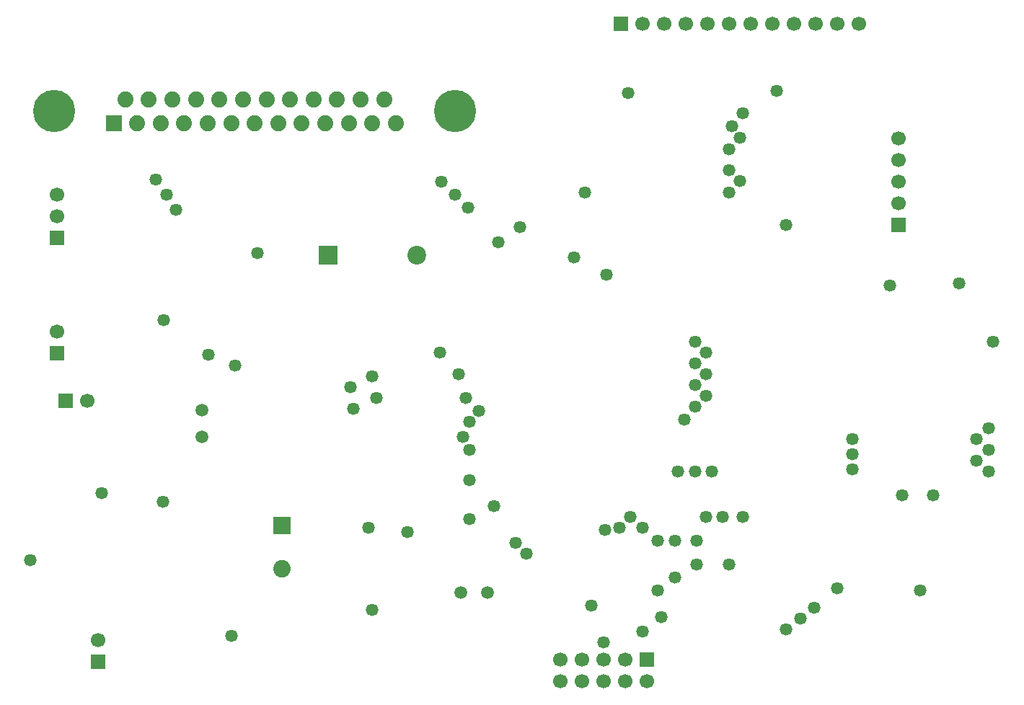
<source format=gbs>
G04 Layer_Color=16711935*
%FSLAX42Y42*%
%MOMM*%
G71*
G01*
G75*
%ADD55C,1.70*%
%ADD56R,1.70X1.70*%
%ADD57R,1.70X1.70*%
%ADD58C,2.20*%
%ADD59R,2.20X2.20*%
%ADD60C,1.50*%
%ADD61C,1.89*%
%ADD62R,1.89X1.89*%
%ADD63C,4.96*%
%ADD64R,2.05X2.05*%
%ADD65C,2.05*%
%ADD66C,1.47*%
D55*
X6553Y432D02*
D03*
Y686D02*
D03*
X6807Y432D02*
D03*
Y686D02*
D03*
X7061Y432D02*
D03*
Y686D02*
D03*
X7315Y432D02*
D03*
Y686D02*
D03*
X7569Y432D02*
D03*
X10058Y8153D02*
D03*
X9804D02*
D03*
X9550D02*
D03*
X9296D02*
D03*
X9042D02*
D03*
X8788D02*
D03*
X8534D02*
D03*
X8280D02*
D03*
X8026D02*
D03*
X7772D02*
D03*
X7518D02*
D03*
X635Y5893D02*
D03*
Y6147D02*
D03*
Y4534D02*
D03*
X997Y3721D02*
D03*
X10516Y6807D02*
D03*
Y6553D02*
D03*
Y6299D02*
D03*
Y6045D02*
D03*
X1118Y914D02*
D03*
D56*
X7569Y686D02*
D03*
X7264Y8153D02*
D03*
X743Y3721D02*
D03*
D57*
X635Y5639D02*
D03*
Y4280D02*
D03*
X10516Y5791D02*
D03*
X1118Y660D02*
D03*
D58*
X4866Y5436D02*
D03*
D59*
X3820D02*
D03*
D60*
X2337Y3299D02*
D03*
Y3609D02*
D03*
X5692Y1473D02*
D03*
X5382D02*
D03*
D61*
X4617Y6980D02*
D03*
X4479Y7264D02*
D03*
X4341Y6980D02*
D03*
X4203Y7264D02*
D03*
X4065Y6980D02*
D03*
X3927Y7264D02*
D03*
X3789Y6980D02*
D03*
X3651Y7264D02*
D03*
X3513Y6980D02*
D03*
X3375Y7264D02*
D03*
X3237Y6980D02*
D03*
X3099Y7264D02*
D03*
X2961Y6980D02*
D03*
X2823Y7264D02*
D03*
X2685Y6980D02*
D03*
X2547Y7264D02*
D03*
X2409Y6980D02*
D03*
X2270Y7264D02*
D03*
X2132Y6980D02*
D03*
X1994Y7264D02*
D03*
X1856Y6980D02*
D03*
X1718Y7264D02*
D03*
X1580Y6980D02*
D03*
X1442Y7264D02*
D03*
D62*
X1304Y6980D02*
D03*
D63*
X608Y7122D02*
D03*
X5313D02*
D03*
D64*
X3277Y2261D02*
D03*
D65*
Y1753D02*
D03*
D66*
X2692Y965D02*
D03*
X1168Y2642D02*
D03*
X330Y1854D02*
D03*
X10770Y1499D02*
D03*
X7341Y7341D02*
D03*
X4750Y2184D02*
D03*
X2997Y5461D02*
D03*
X6071Y5766D02*
D03*
X5817Y5588D02*
D03*
X5131Y4293D02*
D03*
X4343Y1270D02*
D03*
X7518Y1016D02*
D03*
X7061Y889D02*
D03*
X7734Y1181D02*
D03*
X6909Y1321D02*
D03*
X5359Y4039D02*
D03*
X5461Y5994D02*
D03*
X5309Y6147D02*
D03*
X5156Y6299D02*
D03*
X1930Y6147D02*
D03*
X2032Y5969D02*
D03*
X8534Y1803D02*
D03*
X1880Y2540D02*
D03*
X2413Y4267D02*
D03*
X5486Y2337D02*
D03*
X8128Y4420D02*
D03*
X11227Y5105D02*
D03*
X10414Y5080D02*
D03*
X9195Y5791D02*
D03*
X6833Y6172D02*
D03*
X8560Y6947D02*
D03*
X8687Y7100D02*
D03*
X8534Y6433D02*
D03*
Y6172D02*
D03*
X8661Y6306D02*
D03*
X8534Y6680D02*
D03*
X8661Y6814D02*
D03*
X9093Y7366D02*
D03*
X6706Y5410D02*
D03*
X7087Y5207D02*
D03*
X8001Y3505D02*
D03*
X8128Y3658D02*
D03*
X8255Y3785D02*
D03*
X8128Y3912D02*
D03*
Y4166D02*
D03*
X8255Y4039D02*
D03*
Y4293D02*
D03*
X7239Y2235D02*
D03*
X7518D02*
D03*
X7071Y2210D02*
D03*
X7366Y2362D02*
D03*
X8331Y2896D02*
D03*
X8128D02*
D03*
X7925D02*
D03*
X8687Y2362D02*
D03*
X8458D02*
D03*
X8255D02*
D03*
X8153Y2083D02*
D03*
X7899D02*
D03*
X7696D02*
D03*
X8153Y1803D02*
D03*
X7899Y1651D02*
D03*
X7696Y1499D02*
D03*
X9195Y1041D02*
D03*
X9369Y1165D02*
D03*
X9525Y1295D02*
D03*
X10922Y2616D02*
D03*
X10566D02*
D03*
X11633Y4420D02*
D03*
X11582Y3404D02*
D03*
X11430Y3277D02*
D03*
X11582Y2896D02*
D03*
Y3150D02*
D03*
X11430Y3023D02*
D03*
X9982Y2921D02*
D03*
Y3099D02*
D03*
Y3277D02*
D03*
X6020Y2057D02*
D03*
X6147Y1930D02*
D03*
X5766Y2489D02*
D03*
X5486Y2794D02*
D03*
X5436Y3759D02*
D03*
X5588Y3607D02*
D03*
X5486Y3480D02*
D03*
X5410Y3302D02*
D03*
X5486Y3150D02*
D03*
X1803Y6325D02*
D03*
X4343Y4013D02*
D03*
X4394Y3759D02*
D03*
X4089Y3886D02*
D03*
X4115Y3632D02*
D03*
X4293Y2235D02*
D03*
X1892Y4674D02*
D03*
X2730Y4140D02*
D03*
X9804Y1524D02*
D03*
M02*

</source>
